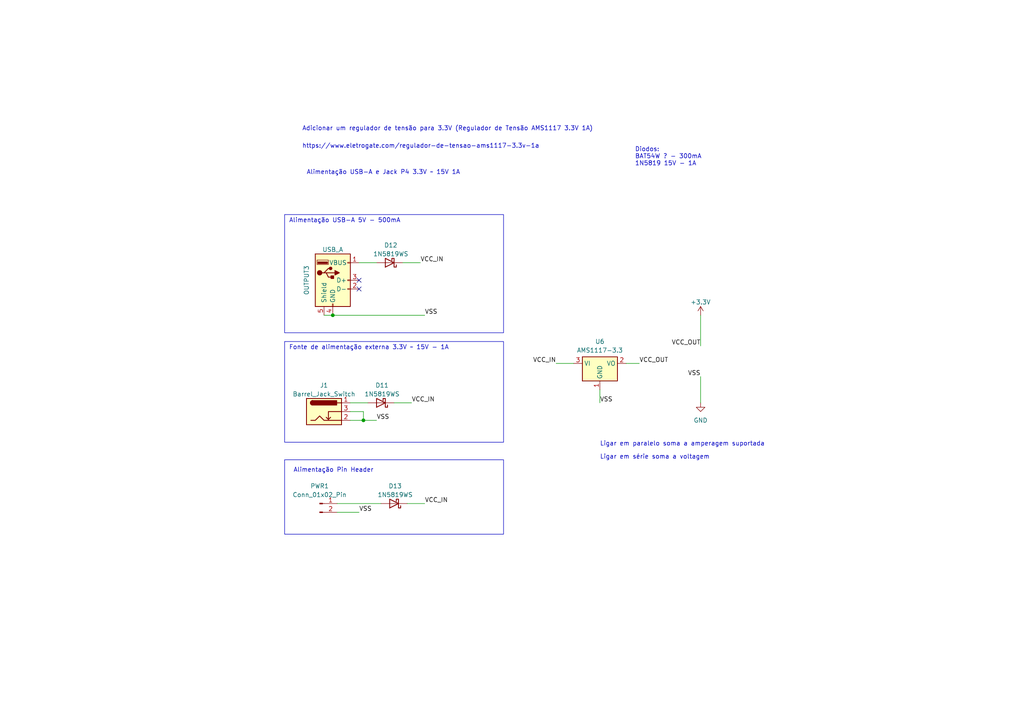
<source format=kicad_sch>
(kicad_sch (version 20230121) (generator eeschema)
  (paper "A4")
  (lib_symbols
    (symbol "Connector:Barrel_Jack_Switch" (pin_names hide)
      (property "Reference" "J" (at 0 5.334 0))
      (property "Value" "Barrel_Jack_Switch" (at 0 -5.08 0))
      (symbol "Barrel_Jack_Switch_0_1"
        (rectangle (start -5.08 3.81) (end 5.08 -3.81) (stroke (width 0.254)) (fill (type background)))
        (arc (start -3.302 3.175) (mid -3.9343 2.54) (end -3.302 1.905) (stroke (width 0.254)))
        (arc (start -3.302 3.175) (mid -3.9343 2.54) (end -3.302 1.905) (stroke (width 0.254)) (fill (type outline)))
        (polyline (pts (xy 1.27 -2.286) (xy 1.905 -1.651)) (stroke (width 0.254)))
        (polyline (pts (xy 5.08 2.54) (xy 3.81 2.54)) (stroke (width 0.254)))
        (polyline (pts (xy 5.08 0) (xy 1.27 0) (xy 1.27 -2.286) (xy 0.635 -1.651)) (stroke (width 0.254)))
        (polyline (pts (xy -3.81 -2.54) (xy -2.54 -2.54) (xy -1.27 -1.27) (xy 0 -2.54) (xy 2.54 -2.54) (xy 5.08 -2.54)) (stroke (width 0.254)))
        (rectangle (start 3.683 3.175) (end -3.302 1.905) (stroke (width 0.254)) (fill (type outline)))
      )
      (symbol "Barrel_Jack_Switch_1_1"
        (pin passive line (at 7.62 2.54 180) (length 2.54) (name "~") (number "1"))
        (pin passive line (at 7.62 -2.54 180) (length 2.54) (name "~") (number "2"))
        (pin passive line (at 7.62 0 180) (length 2.54) (name "~") (number "3"))
      )
    )
    (symbol "Connector:Conn_01x02_Pin" (pin_names (offset 1.016) hide)
      (property "Reference" "J" (at 0 2.54 0))
      (property "Value" "Conn_01x02_Pin" (at 0 -5.08 0))
      (symbol "Conn_01x02_Pin_1_1"
        (polyline (pts (xy 1.27 -2.54) (xy 0.8636 -2.54)) (stroke (width 0.1524)))
        (polyline (pts (xy 1.27 0) (xy 0.8636 0)) (stroke (width 0.1524)))
        (rectangle (start 0.8636 -2.413) (end 0 -2.667) (stroke (width 0.1524)) (fill (type outline)))
        (rectangle (start 0.8636 0.127) (end 0 -0.127) (stroke (width 0.1524)) (fill (type outline)))
        (pin passive line (at 5.08 0 180) (length 3.81) (name "Pin_1") (number "1"))
        (pin passive line (at 5.08 -2.54 180) (length 3.81) (name "Pin_2") (number "2"))
      )
    )
    (symbol "Connector:USB_A" (pin_names (offset 1.016))
      (property "Reference" "J" (at -5.08 11.43 0))
      (property "Value" "USB_A" (at -5.08 8.89 0))
      (symbol "USB_A_0_1"
        (rectangle (start -5.08 -7.62) (end 5.08 7.62) (stroke (width 0.254)) (fill (type background)))
        (circle (center -3.81 2.159) (radius 0.635) (stroke (width 0.254)) (fill (type outline)))
        (rectangle (start -1.524 4.826) (end -4.318 5.334) (fill (type outline)))
        (rectangle (start -1.27 4.572) (end -4.572 5.842))
        (circle (center -0.635 3.429) (radius 0.381) (stroke (width 0.254)) (fill (type outline)))
        (rectangle (start -0.127 -7.62) (end 0.127 -6.858))
        (polyline (pts (xy -3.175 2.159) (xy -2.54 2.159) (xy -1.27 3.429) (xy -0.635 3.429)) (stroke (width 0.254)))
        (polyline (pts (xy -2.54 2.159) (xy -1.905 2.159) (xy -1.27 0.889) (xy 0 0.889)) (stroke (width 0.254)))
        (polyline (pts (xy 0.635 2.794) (xy 0.635 1.524) (xy 1.905 2.159) (xy 0.635 2.794)) (stroke (width 0.254)) (fill (type outline)))
        (rectangle (start 0.254 1.27) (end -0.508 0.508) (stroke (width 0.254)) (fill (type outline)))
        (rectangle (start 5.08 -2.667) (end 4.318 -2.413))
        (rectangle (start 5.08 -0.127) (end 4.318 0.127))
        (rectangle (start 5.08 4.953) (end 4.318 5.207))
      )
      (symbol "USB_A_1_1"
        (polyline (pts (xy -1.905 2.159) (xy 0.635 2.159)) (stroke (width 0.254)))
        (pin power_in line (at 7.62 5.08 180) (length 2.54) (name "VBUS") (number "1"))
        (pin bidirectional line (at 7.62 -2.54 180) (length 2.54) (name "D-") (number "2"))
        (pin bidirectional line (at 7.62 0 180) (length 2.54) (name "D+") (number "3"))
        (pin power_in line (at 0 -10.16 90) (length 2.54) (name "GND") (number "4"))
        (pin passive line (at -2.54 -10.16 90) (length 2.54) (name "Shield") (number "5"))
      )
    )
    (symbol "Diode:1N5819WS" (pin_numbers hide) (pin_names (offset 1.016) hide)
      (property "Reference" "D" (at 0 2.54 0))
      (property "Value" "1N5819WS" (at 0 -2.54 0))
      (symbol "1N5819WS_0_1"
        (polyline (pts (xy 1.27 0) (xy -1.27 0)))
        (polyline (pts (xy 1.27 1.27) (xy 1.27 -1.27) (xy -1.27 0) (xy 1.27 1.27)) (stroke (width 0.254)))
        (polyline (pts (xy -1.905 0.635) (xy -1.905 1.27) (xy -1.27 1.27) (xy -1.27 -1.27) (xy -0.635 -1.27) (xy -0.635 -0.635)) (stroke (width 0.254)))
      )
      (symbol "1N5819WS_1_1"
        (pin passive line (at -3.81 0 0) (length 2.54) (name "K") (number "1"))
        (pin passive line (at 3.81 0 180) (length 2.54) (name "A") (number "2"))
      )
    )
    (symbol "Regulator_Linear:AMS1117-3.3"
      (property "Reference" "U" (at -3.81 3.175 0))
      (property "Value" "AMS1117-3.3" (at 0 3.175 0))
      (symbol "AMS1117-3.3_0_1"
        (rectangle (start -5.08 -5.08) (end 5.08 1.905) (stroke (width 0.254)) (fill (type background)))
      )
      (symbol "AMS1117-3.3_1_1"
        (pin power_in line (at 0 -7.62 90) (length 2.54) (name "GND") (number "1"))
        (pin power_out line (at 7.62 0 180) (length 2.54) (name "VO") (number "2"))
        (pin power_in line (at -7.62 0 0) (length 2.54) (name "VI") (number "3"))
      )
    )
    (symbol "power:+3.3V" (power) (pin_names (offset 0))
      (property "Value" "+3.3V" (at 0 3.556 0))
      (symbol "+3.3V_0_1"
        (polyline (pts (xy -0.762 1.27) (xy 0 2.54)))
        (polyline (pts (xy 0 0) (xy 0 2.54)))
        (polyline (pts (xy 0 2.54) (xy 0.762 1.27)))
      )
      (symbol "+3.3V_1_1"
        (pin power_in line (at 0 0 90) (length 0) hide (name "+3.3V") (number "1"))
      )
    )
    (symbol "power:GND" (power) (pin_names (offset 0))
      (property "Value" "GND" (at 0 -3.81 0))
      (symbol "GND_0_1"
        (polyline (pts (xy 0 0) (xy 0 -1.27) (xy 1.27 -1.27) (xy 0 -2.54) (xy -1.27 -1.27) (xy 0 -1.27)))
      )
      (symbol "GND_1_1"
        (pin power_in line (at 0 0 270) (length 0) hide (name "GND") (number "1"))
      )
    )
  )
  (junction (at 105.41 121.92))
  (junction (at 96.52 91.44))
  (no_connect (at 104.14 83.82))
  (no_connect (at 104.14 81.28))
  (wire (pts (xy 114.3 116.84) (xy 119.38 116.84)))
  (wire (pts (xy 181.61 105.41) (xy 185.42 105.41)))
  (wire (pts (xy 161.29 105.41) (xy 166.37 105.41)))
  (wire (pts (xy 101.6 116.84) (xy 106.68 116.84)))
  (wire (pts (xy 104.14 76.2) (xy 109.22 76.2)))
  (wire (pts (xy 101.6 121.92) (xy 105.41 121.92)))
  (wire (pts (xy 116.84 76.2) (xy 121.92 76.2)))
  (wire (pts (xy 118.11 146.05) (xy 123.19 146.05)))
  (wire (pts (xy 203.2 91.44) (xy 203.2 100.33)))
  (wire (pts (xy 105.41 119.38) (xy 105.41 121.92)))
  (wire (pts (xy 203.2 109.22) (xy 203.2 116.84)))
  (wire (pts (xy 109.22 121.92) (xy 105.41 121.92)))
  (wire (pts (xy 101.6 119.38) (xy 105.41 119.38)))
  (wire (pts (xy 96.52 91.44) (xy 123.19 91.44)))
  (wire (pts (xy 93.98 91.44) (xy 96.52 91.44)))
  (wire (pts (xy 97.79 148.59) (xy 104.14 148.59)))
  (wire (pts (xy 97.79 146.05) (xy 110.49 146.05)))
  (wire (pts (xy 173.99 116.84) (xy 173.99 113.03)))
  (rectangle (start 82.55 99.06) (end 146.05 128.27))
  (rectangle (start 82.55 62.23) (end 146.05 96.52))
  (rectangle (start 82.55 133.35) (end 146.05 154.94))
  (text "Alimentação USB-A 5V - 500mA" (at 83.82 64.77 0) (effects (font (size 1.27 1.27)) (justify left bottom)))
  (text "Ligar em paralelo soma a amperagem suportada" (at 173.99 129.54 0) (effects (font (size 1.27 1.27)) (justify left bottom)))
  (text "Fonte de alimentação externa 3.3V ~ 15V - 1A" (at 83.82 101.6 0) (effects (font (size 1.27 1.27)) (justify left bottom)))
  (text "Diodos:\nBAT54W ? - 300mA\n1N5819 15V - 1A" (at 184.15 48.26 0) (effects (font (size 1.27 1.27)) (justify left bottom)))
  (text "Ligar em série soma a voltagem" (at 173.99 133.35 0) (effects (font (size 1.27 1.27)) (justify left bottom)))
  (text "Alimentação Pin Header" (at 85.09 137.16 0) (effects (font (size 1.27 1.27)) (justify left bottom)))
  (text "Adicionar um regulador de tensão para 3.3V (Regulador de Tensão AMS1117 3.3V 1A)" (at 87.63 38.1 0) (effects (font (size 1.27 1.27)) (justify left bottom)))
  (text "https://www.eletrogate.com/regulador-de-tensao-ams1117-3.3v-1a" (at 87.63 43.18 0) (effects (font (size 1.27 1.27)) (justify left bottom)))
  (text "Alimentação USB-A e Jack P4 3.3V ~ 15V 1A" (at 88.9 50.8 0) (effects (font (size 1.27 1.27)) (justify left bottom)))
  (label "VSS" (at 104.14 148.59 0))
  (label "VSS" (at 109.22 121.92 0))
  (label "VSS" (at 203.2 109.22 180))
  (label "VCC_IN" (at 123.19 146.05 0))
  (label "VCC_OUT" (at 203.2 100.33 180))
  (label "VSS" (at 123.19 91.44 0))
  (label "VCC_IN" (at 161.29 105.41 180))
  (label "VSS" (at 173.99 116.84 0))
  (label "VCC_IN" (at 121.92 76.2 0))
  (label "VCC_IN" (at 119.38 116.84 0))
  (label "VCC_OUT" (at 185.42 105.41 0))
  (symbol (lib_id "Regulator_Linear:AMS1117-3.3") (at 173.99 105.41 0) (unit 1)
    (property "Reference" "U6" (at 173.99 99.06 0))
    (property "Value" "AMS1117-3.3" (at 173.99 101.6 0))
    (property "Footprint" "Package_TO_SOT_SMD:SOT-223-3_TabPin2" (effects hide))
    (property "Datasheet" "http://www.advanced-monolithic.com/pdf/ds1117.pdf" (effects hide))
    (property "Vendor" "https://www.eletrogate.com/regulador-de-tensao-ams1117-3.3v-1a" (effects hide))
  )
  (symbol (lib_id "Connector:USB_A") (at 96.52 81.28 0) (unit 1)
    (property "Reference" "OUTPUT3" (at 88.9 81.28 90))
    (property "Value" "USB_A" (at 96.52 72.39 0))
    (property "Footprint" "Connector_USB:USB_A_CONNFLY_DS1095-WNR0" (effects hide))
    (property "Datasheet" " ~" (effects hide))
    (instances (project "KVM Project" (path "" (reference "OUTPUT3") (unit 1)) (path "" (reference "USB_OUT1") (unit 1)) (path "" (reference "PWR3") (unit 1))))
  )
  (symbol (lib_id "Connector:Conn_01x02_Pin") (at 92.71 146.05 0) (unit 1)
    (property "Reference" "PWR1" (at 92.71 140.97 0))
    (property "Value" "Conn_01x02_Pin" (at 92.71 143.51 0))
    (property "Footprint" "Connector_PinHeader_2.54mm:PinHeader_1x02_P2.54mm_Vertical" (effects hide))
  )
  (symbol (lib_id "Diode:1N5819WS") (at 114.3 146.05 180) (unit 1)
    (property "Reference" "D13" (at 114.6175 140.97 0))
    (property "Value" "1N5819WS" (at 114.6175 143.51 0))
    (property "Footprint" "Diode_SMD:D_SOD-323_HandSoldering" (effects hide))
    (property "Datasheet" "https://datasheet.lcsc.com/lcsc/2204281430_Guangdong-Hottech-1N5819WS_C191023.pdf" (effects hide))
  )
  (symbol (lib_id "Diode:1N5819WS") (at 110.49 116.84 180) (unit 1)
    (property "Reference" "D11" (at 110.8075 111.76 0))
    (property "Value" "1N5819WS" (at 110.8075 114.3 0))
    (property "Footprint" "Diode_SMD:D_SOD-323_HandSoldering" (effects hide))
    (property "Datasheet" "https://datasheet.lcsc.com/lcsc/2204281430_Guangdong-Hottech-1N5819WS_C191023.pdf" (effects hide))
  )
  (symbol (lib_id "Connector:Barrel_Jack_Switch") (at 93.98 119.38 0) (unit 1)
    (property "Reference" "J1" (at 93.98 111.76 0))
    (property "Value" "Barrel_Jack_Switch" (at 93.98 114.3 0))
    (property "Footprint" "Connector_BarrelJack:BarrelJack_Wuerth_6941xx301002" (effects hide))
    (property "Field4" "https://www.snapeda.com/parts/DC-005-5A-2.0/XKB%20Industrial%20Precision/view-part/?ref=search&t=DC005" (effects hide))
    (property "Field5" "DC-005" (effects hide))
    (instances (project "KVM Project" (path "" (reference "J1") (unit 1)) (path "" (reference "PWR2") (unit 1))))
  )
  (symbol (lib_id "power:+3.3V") (at 203.2 91.44 0) (unit 1)
    (property "Reference" "#VCC01" (effects hide))
    (property "Value" "+3.3V" (at 203.2 87.63 0))
    (instances (project "KVM Project" (path "" (reference "#VCC01") (unit 1)) (path "" (reference "#VCC02") (unit 1))))
  )
  (symbol (lib_id "Diode:1N5819WS") (at 113.03 76.2 180) (unit 1)
    (property "Reference" "D12" (at 113.3475 71.12 0))
    (property "Value" "1N5819WS" (at 113.3475 73.66 0))
    (property "Footprint" "Diode_SMD:D_SOD-323_HandSoldering" (effects hide))
    (property "Datasheet" "https://datasheet.lcsc.com/lcsc/2204281430_Guangdong-Hottech-1N5819WS_C191023.pdf" (effects hide))
  )
  (symbol (lib_id "power:GND") (at 203.2 116.84 0) (unit 1)
    (property "Reference" "#GND01" (effects hide))
    (property "Value" "GND" (at 203.2 121.92 0))
    (instances (project "KVM Project" (path "" (reference "#GND01") (unit 1)) (path "" (reference "#GND02") (unit 1))))
  )
)
</source>
